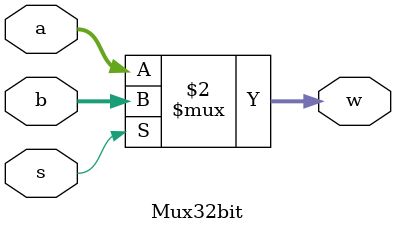
<source format=v>
`timescale 1ns/1ns
module Mux32bit(input [31:0]a, b, input s, output [31:0] w);
	assign w = s == 1'b0 ? a : b;
endmodule

</source>
